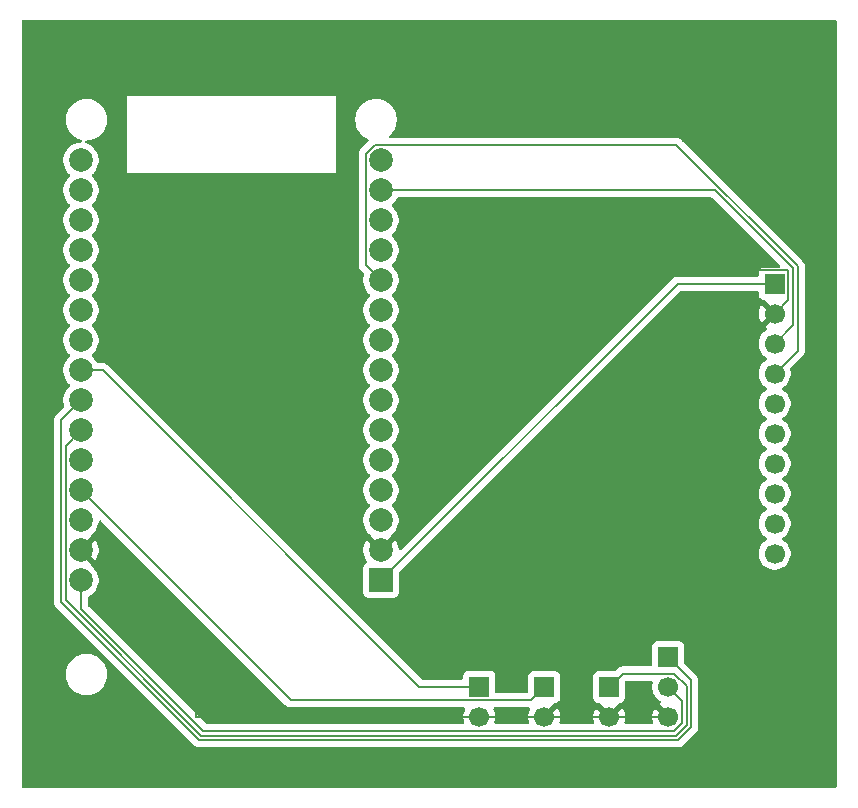
<source format=gbr>
%TF.GenerationSoftware,KiCad,Pcbnew,9.0.1*%
%TF.CreationDate,2025-04-15T18:06:31+09:00*%
%TF.ProjectId,drone,64726f6e-652e-46b6-9963-61645f706362,rev?*%
%TF.SameCoordinates,Original*%
%TF.FileFunction,Copper,L2,Bot*%
%TF.FilePolarity,Positive*%
%FSLAX46Y46*%
G04 Gerber Fmt 4.6, Leading zero omitted, Abs format (unit mm)*
G04 Created by KiCad (PCBNEW 9.0.1) date 2025-04-15 18:06:31*
%MOMM*%
%LPD*%
G01*
G04 APERTURE LIST*
%TA.AperFunction,ComponentPad*%
%ADD10R,1.700000X1.700000*%
%TD*%
%TA.AperFunction,ComponentPad*%
%ADD11C,1.700000*%
%TD*%
%TA.AperFunction,ComponentPad*%
%ADD12R,2.000000X2.000000*%
%TD*%
%TA.AperFunction,ComponentPad*%
%ADD13C,2.000000*%
%TD*%
%TA.AperFunction,Conductor*%
%ADD14C,0.200000*%
%TD*%
G04 APERTURE END LIST*
D10*
%TO.P,U1,1,Vin*%
%TO.N,3V*%
X174500000Y-65840000D03*
D11*
%TO.P,U1,2,GND*%
%TO.N,GND*%
X174500000Y-68380000D03*
%TO.P,U1,3,SCL*%
%TO.N,Net-(U1-SCL)*%
X174500000Y-70920000D03*
%TO.P,U1,4,SDA*%
%TO.N,Net-(U1-SDA)*%
X174500000Y-73460000D03*
%TO.P,U1,5*%
%TO.N,N/C*%
X174500000Y-76000000D03*
%TO.P,U1,6*%
X174500000Y-78540000D03*
%TO.P,U1,7*%
X174500000Y-81080000D03*
%TO.P,U1,8*%
X174500000Y-83620000D03*
%TO.P,U1,9*%
X174500000Y-86160000D03*
%TO.P,U1,10*%
X174500000Y-88700000D03*
%TD*%
D10*
%TO.P,ESC4,1,VCC*%
%TO.N,Net-(ESC4-PWM)*%
X165500000Y-97460000D03*
D11*
%TO.P,ESC4,2,GND*%
%TO.N,5Vin*%
X165500000Y-100000000D03*
%TO.P,ESC4,3,A*%
%TO.N,GND*%
X165500000Y-102540000D03*
%TD*%
D10*
%TO.P,ESC1,1,VCC*%
%TO.N,Net-(ESC1-PWM)*%
X149500000Y-99960000D03*
D11*
%TO.P,ESC1,2,GND*%
%TO.N,GND*%
X149500000Y-102500000D03*
%TD*%
D10*
%TO.P,ESC2,1,VCC*%
%TO.N,Net-(ESC2-PWM)*%
X155000000Y-100000000D03*
D11*
%TO.P,ESC2,2,GND*%
%TO.N,GND*%
X155000000Y-102540000D03*
%TD*%
D12*
%TO.P,U2,1,3V3*%
%TO.N,3V*%
X141175000Y-90950000D03*
D13*
%TO.P,U2,2*%
%TO.N,GND*%
X141175000Y-88410000D03*
%TO.P,U2,3,D15*%
%TO.N,unconnected-(U2-D15-Pad3)*%
X141175000Y-85870000D03*
%TO.P,U2,4,D2*%
%TO.N,unconnected-(U2-D2-Pad4)*%
X141175000Y-83330000D03*
%TO.P,U2,5,D4*%
%TO.N,unconnected-(U2-D4-Pad5)*%
X141175000Y-80790000D03*
%TO.P,U2,6,RX2*%
%TO.N,unconnected-(U2-RX2-Pad6)*%
X141175000Y-78250000D03*
%TO.P,U2,7,TX2*%
%TO.N,unconnected-(U2-TX2-Pad7)*%
X141175000Y-75710000D03*
%TO.P,U2,8,D5*%
%TO.N,unconnected-(U2-D5-Pad8)*%
X141175000Y-73170000D03*
%TO.P,U2,9,D18*%
%TO.N,unconnected-(U2-D18-Pad9)*%
X141175000Y-70630000D03*
%TO.P,U2,10,D19*%
%TO.N,unconnected-(U2-D19-Pad10)*%
X141175000Y-68090000D03*
%TO.P,U2,11,D21*%
%TO.N,Net-(U1-SDA)*%
X141175000Y-65550000D03*
%TO.P,U2,12,RX0*%
%TO.N,N/C*%
X141175000Y-63010000D03*
%TO.P,U2,13,TX0*%
%TO.N,unconnected-(U2-TX0-Pad13)*%
X141175000Y-60470000D03*
%TO.P,U2,14,D22*%
%TO.N,Net-(U1-SCL)*%
X141175000Y-57930000D03*
%TO.P,U2,15,D23*%
%TO.N,unconnected-(U2-D23-Pad15)*%
X141175000Y-55390000D03*
%TO.P,U2,16,EN*%
%TO.N,unconnected-(U2-EN-Pad16)*%
X115775000Y-55390000D03*
%TO.P,U2,17,VP*%
%TO.N,unconnected-(U2-VP-Pad17)*%
X115775000Y-57930000D03*
%TO.P,U2,18,VN*%
%TO.N,unconnected-(U2-VN-Pad18)*%
X115775000Y-60470000D03*
%TO.P,U2,19,D34*%
%TO.N,unconnected-(U2-D34-Pad19)*%
X115775000Y-63010000D03*
%TO.P,U2,20,D35*%
%TO.N,unconnected-(U2-D35-Pad20)*%
X115775000Y-65550000D03*
%TO.P,U2,21,D32*%
%TO.N,N/C*%
X115775000Y-68090000D03*
%TO.P,U2,22,D33*%
X115775000Y-70630000D03*
%TO.P,U2,23,D25*%
%TO.N,Net-(ESC1-PWM)*%
X115775000Y-73170000D03*
%TO.P,U2,24,D26*%
%TO.N,Net-(ESC4-PWM)*%
X115775000Y-75710000D03*
%TO.P,U2,25,D27*%
%TO.N,Net-(ESC3-PWM)*%
X115775000Y-78250000D03*
%TO.P,U2,26,D14*%
%TO.N,N/C*%
X115775000Y-80790000D03*
%TO.P,U2,27,D12*%
%TO.N,Net-(ESC2-PWM)*%
X115775000Y-83330000D03*
%TO.P,U2,28,D13*%
%TO.N,unconnected-(U2-D13-Pad28)*%
X115775000Y-85870000D03*
%TO.P,U2,29,GND*%
%TO.N,GND*%
X115775000Y-88410000D03*
%TO.P,U2,30,VIN*%
%TO.N,5Vin*%
X115775000Y-90950000D03*
%TD*%
D10*
%TO.P,ESC3,1,VCC*%
%TO.N,Net-(ESC3-PWM)*%
X160500000Y-100000000D03*
D11*
%TO.P,ESC3,2,GND*%
%TO.N,GND*%
X160500000Y-102540000D03*
%TD*%
D14*
%TO.N,Net-(U1-SCL)*%
X169459100Y-57930000D02*
X141175000Y-57930000D01*
X176052000Y-69368000D02*
X176052000Y-64522900D01*
X174500000Y-70920000D02*
X176052000Y-69368000D01*
X176052000Y-64522900D02*
X169459100Y-57930000D01*
%TO.N,GND*%
X149500000Y-102500000D02*
X125500000Y-102500000D01*
X175651000Y-64689000D02*
X164896000Y-64689000D01*
X149540000Y-102540000D02*
X149500000Y-102500000D01*
X174500000Y-68380000D02*
X175651000Y-67229000D01*
X125500000Y-98135000D02*
X115775000Y-88410000D01*
X165500000Y-102540000D02*
X149540000Y-102540000D01*
X125500000Y-102500000D02*
X125500000Y-98135000D01*
X164896000Y-64689000D02*
X141175000Y-88410000D01*
X175651000Y-67229000D02*
X175651000Y-64689000D01*
%TO.N,Net-(U1-SDA)*%
X139874000Y-54851108D02*
X139874000Y-64249000D01*
X174500000Y-73460000D02*
X176453000Y-71507000D01*
X139874000Y-64249000D02*
X141175000Y-65550000D01*
X166185200Y-54089000D02*
X140636108Y-54089000D01*
X176453000Y-64356800D02*
X166185200Y-54089000D01*
X176453000Y-71507000D02*
X176453000Y-64356800D01*
X140636108Y-54089000D02*
X139874000Y-54851108D01*
%TO.N,3V*%
X166285000Y-65840000D02*
X141175000Y-90950000D01*
X174500000Y-65840000D02*
X166285000Y-65840000D01*
%TO.N,Net-(ESC4-PWM)*%
X166308960Y-104493000D02*
X125791700Y-104493000D01*
X167453000Y-99413000D02*
X167453000Y-103348960D01*
X114073000Y-77412000D02*
X115775000Y-75710000D01*
X125791700Y-104493000D02*
X114073000Y-92774300D01*
X114073000Y-92774300D02*
X114073000Y-77412000D01*
X165500000Y-97460000D02*
X167453000Y-99413000D01*
X167453000Y-103348960D02*
X166308960Y-104493000D01*
%TO.N,Net-(ESC2-PWM)*%
X153889000Y-101111000D02*
X133556000Y-101111000D01*
X155000000Y-100000000D02*
X153889000Y-101111000D01*
X133556000Y-101111000D02*
X115775000Y-83330000D01*
%TO.N,Net-(ESC3-PWM)*%
X160500000Y-100000000D02*
X161651000Y-98849000D01*
X167052000Y-99924240D02*
X167052000Y-103182860D01*
X125957800Y-104092000D02*
X114474000Y-92608200D01*
X167052000Y-103182860D02*
X166142860Y-104092000D01*
X114474000Y-92608200D02*
X114474000Y-79551000D01*
X161651000Y-98849000D02*
X165976760Y-98849000D01*
X114474000Y-79551000D02*
X115775000Y-78250000D01*
X166142860Y-104092000D02*
X125957800Y-104092000D01*
X165976760Y-98849000D02*
X167052000Y-99924240D01*
%TO.N,Net-(ESC1-PWM)*%
X144422709Y-99960000D02*
X117632709Y-73170000D01*
X149500000Y-99960000D02*
X144422709Y-99960000D01*
X117632709Y-73170000D02*
X115775000Y-73170000D01*
%TO.N,5Vin*%
X165976760Y-103691000D02*
X126123900Y-103691000D01*
X166651000Y-103016760D02*
X165976760Y-103691000D01*
X165500000Y-100000000D02*
X166651000Y-101151000D01*
X166651000Y-101151000D02*
X166651000Y-103016760D01*
X126123900Y-103691000D02*
X115775000Y-93342100D01*
X115775000Y-93342100D02*
X115775000Y-90950000D01*
%TD*%
%TA.AperFunction,Conductor*%
%TO.N,GND*%
G36*
X117480703Y-85885384D02*
G01*
X117487181Y-85891416D01*
X133071139Y-101475374D01*
X133071149Y-101475385D01*
X133075479Y-101479715D01*
X133075480Y-101479716D01*
X133187284Y-101591520D01*
X133187286Y-101591521D01*
X133187290Y-101591524D01*
X133324209Y-101670573D01*
X133324216Y-101670577D01*
X133436019Y-101700534D01*
X133476942Y-101711500D01*
X133476943Y-101711500D01*
X148184271Y-101711500D01*
X148251310Y-101731185D01*
X148297065Y-101783989D01*
X148307009Y-101853147D01*
X148294756Y-101891795D01*
X148248904Y-101981782D01*
X148183242Y-102183869D01*
X148183242Y-102183872D01*
X148150000Y-102393753D01*
X148150000Y-102606246D01*
X148183241Y-102816126D01*
X148219651Y-102928181D01*
X148221646Y-102998023D01*
X148185566Y-103057856D01*
X148122865Y-103088684D01*
X148101720Y-103090500D01*
X126423998Y-103090500D01*
X126356959Y-103070815D01*
X126336317Y-103054181D01*
X116411819Y-93129683D01*
X116378334Y-93068360D01*
X116375500Y-93042002D01*
X116375500Y-92404067D01*
X116395185Y-92337028D01*
X116443205Y-92293582D01*
X116561433Y-92233343D01*
X116752510Y-92094517D01*
X116919517Y-91927510D01*
X117058343Y-91736433D01*
X117165568Y-91525992D01*
X117238553Y-91301368D01*
X117275500Y-91068097D01*
X117275500Y-90831902D01*
X117238553Y-90598631D01*
X117165566Y-90374003D01*
X117058342Y-90163566D01*
X116919517Y-89972490D01*
X116752510Y-89805483D01*
X116693282Y-89762451D01*
X116650617Y-89707122D01*
X116642550Y-89652404D01*
X116644104Y-89632657D01*
X115912575Y-88901128D01*
X115971853Y-88885245D01*
X116088147Y-88818102D01*
X116183102Y-88723147D01*
X116250245Y-88606853D01*
X116266128Y-88547575D01*
X116997658Y-89279105D01*
X116997658Y-89279104D01*
X117057914Y-89196169D01*
X117057918Y-89196163D01*
X117165102Y-88985802D01*
X117238065Y-88761247D01*
X117275000Y-88528052D01*
X117275000Y-88291947D01*
X117238065Y-88058752D01*
X117165102Y-87834197D01*
X117057914Y-87623828D01*
X116997658Y-87540894D01*
X116997658Y-87540893D01*
X116266128Y-88272424D01*
X116250245Y-88213147D01*
X116183102Y-88096853D01*
X116088147Y-88001898D01*
X115971853Y-87934755D01*
X115912574Y-87918871D01*
X116644105Y-87187340D01*
X116642551Y-87167594D01*
X116656915Y-87099216D01*
X116693284Y-87057547D01*
X116752510Y-87014517D01*
X116919517Y-86847510D01*
X117058343Y-86656433D01*
X117165568Y-86445992D01*
X117238553Y-86221368D01*
X117265107Y-86053713D01*
X117275500Y-85988097D01*
X117275500Y-85979097D01*
X117295185Y-85912058D01*
X117347989Y-85866303D01*
X117417147Y-85856359D01*
X117480703Y-85885384D01*
G37*
%TD.AperFunction*%
%TA.AperFunction,Conductor*%
G36*
X153707292Y-101712275D02*
G01*
X153709963Y-101711614D01*
X153740618Y-101722061D01*
X153771691Y-101731185D01*
X153773492Y-101733264D01*
X153776098Y-101734152D01*
X153796244Y-101759521D01*
X153817446Y-101783989D01*
X153817837Y-101786711D01*
X153819549Y-101788867D01*
X153822780Y-101821087D01*
X153827390Y-101853147D01*
X153826330Y-101856488D01*
X153826521Y-101858388D01*
X153815137Y-101891795D01*
X153748904Y-102021782D01*
X153683242Y-102223869D01*
X153683242Y-102223872D01*
X153650000Y-102433753D01*
X153650000Y-102646246D01*
X153683242Y-102856127D01*
X153683242Y-102856130D01*
X153706654Y-102928182D01*
X153708649Y-102998023D01*
X153672569Y-103057856D01*
X153609868Y-103088684D01*
X153588723Y-103090500D01*
X150898280Y-103090500D01*
X150831241Y-103070815D01*
X150785486Y-103018011D01*
X150775542Y-102948853D01*
X150780349Y-102928181D01*
X150816758Y-102816126D01*
X150850000Y-102606246D01*
X150850000Y-102393753D01*
X150816757Y-102183872D01*
X150816757Y-102183869D01*
X150751095Y-101981782D01*
X150705244Y-101891795D01*
X150692348Y-101823126D01*
X150718624Y-101758386D01*
X150775730Y-101718128D01*
X150815729Y-101711500D01*
X153704652Y-101711500D01*
X153707292Y-101712275D01*
G37*
%TD.AperFunction*%
%TA.AperFunction,Conductor*%
G36*
X164155237Y-99469185D02*
G01*
X164200992Y-99521989D01*
X164210936Y-99591147D01*
X164206129Y-99611818D01*
X164182753Y-99683760D01*
X164149500Y-99893713D01*
X164149500Y-100106286D01*
X164178300Y-100288125D01*
X164182754Y-100316243D01*
X164245872Y-100510500D01*
X164248444Y-100518414D01*
X164344951Y-100707820D01*
X164469890Y-100879786D01*
X164620213Y-101030109D01*
X164792179Y-101155048D01*
X164792181Y-101155049D01*
X164792184Y-101155051D01*
X164801493Y-101159794D01*
X164852290Y-101207766D01*
X164869087Y-101275587D01*
X164846552Y-101341722D01*
X164801505Y-101380760D01*
X164792446Y-101385376D01*
X164792440Y-101385380D01*
X164738282Y-101424727D01*
X164738282Y-101424728D01*
X165370591Y-102057037D01*
X165307007Y-102074075D01*
X165192993Y-102139901D01*
X165099901Y-102232993D01*
X165034075Y-102347007D01*
X165017037Y-102410591D01*
X164384728Y-101778282D01*
X164384727Y-101778282D01*
X164345380Y-101832439D01*
X164248904Y-102021782D01*
X164183242Y-102223869D01*
X164183242Y-102223872D01*
X164150000Y-102433753D01*
X164150000Y-102646246D01*
X164183242Y-102856127D01*
X164183242Y-102856130D01*
X164206654Y-102928182D01*
X164208649Y-102998023D01*
X164172569Y-103057856D01*
X164109868Y-103088684D01*
X164088723Y-103090500D01*
X161911277Y-103090500D01*
X161844238Y-103070815D01*
X161798483Y-103018011D01*
X161788539Y-102948853D01*
X161793346Y-102928182D01*
X161816757Y-102856130D01*
X161816757Y-102856127D01*
X161850000Y-102646246D01*
X161850000Y-102433753D01*
X161816757Y-102223872D01*
X161816757Y-102223869D01*
X161751095Y-102021782D01*
X161654624Y-101832449D01*
X161615270Y-101778282D01*
X161615269Y-101778282D01*
X160982962Y-102410589D01*
X160965925Y-102347007D01*
X160900099Y-102232993D01*
X160807007Y-102139901D01*
X160692993Y-102074075D01*
X160629409Y-102057037D01*
X161299627Y-101386818D01*
X161360950Y-101353333D01*
X161387307Y-101350499D01*
X161397872Y-101350499D01*
X161457483Y-101344091D01*
X161592331Y-101293796D01*
X161707546Y-101207546D01*
X161793796Y-101092331D01*
X161844091Y-100957483D01*
X161850500Y-100897873D01*
X161850499Y-99573499D01*
X161870184Y-99506461D01*
X161922987Y-99460706D01*
X161974499Y-99449500D01*
X164088198Y-99449500D01*
X164155237Y-99469185D01*
G37*
%TD.AperFunction*%
%TA.AperFunction,Conductor*%
G36*
X169226042Y-58550185D02*
G01*
X169246684Y-58566819D01*
X174957683Y-64277819D01*
X174991168Y-64339142D01*
X174986184Y-64408834D01*
X174944312Y-64464767D01*
X174878848Y-64489184D01*
X174870002Y-64489500D01*
X173602129Y-64489500D01*
X173602123Y-64489501D01*
X173542516Y-64495908D01*
X173407671Y-64546202D01*
X173407664Y-64546206D01*
X173292455Y-64632452D01*
X173292452Y-64632455D01*
X173206206Y-64747664D01*
X173206202Y-64747671D01*
X173155908Y-64882517D01*
X173149501Y-64942116D01*
X173149500Y-64942135D01*
X173149500Y-65115500D01*
X173129815Y-65182539D01*
X173077011Y-65228294D01*
X173025500Y-65239500D01*
X166371670Y-65239500D01*
X166371654Y-65239499D01*
X166364058Y-65239499D01*
X166205943Y-65239499D01*
X166129579Y-65259961D01*
X166053214Y-65280423D01*
X166053209Y-65280426D01*
X165916290Y-65359475D01*
X165916282Y-65359481D01*
X142886681Y-88389082D01*
X142825358Y-88422567D01*
X142755666Y-88417583D01*
X142699733Y-88375711D01*
X142675316Y-88310247D01*
X142675000Y-88301401D01*
X142675000Y-88291947D01*
X142638065Y-88058752D01*
X142565102Y-87834197D01*
X142457914Y-87623828D01*
X142397658Y-87540894D01*
X142397658Y-87540893D01*
X141666127Y-88272423D01*
X141650245Y-88213147D01*
X141583102Y-88096853D01*
X141488147Y-88001898D01*
X141371853Y-87934755D01*
X141312574Y-87918871D01*
X142044105Y-87187340D01*
X142042551Y-87167594D01*
X142056915Y-87099216D01*
X142093284Y-87057547D01*
X142152510Y-87014517D01*
X142319517Y-86847510D01*
X142458343Y-86656433D01*
X142565568Y-86445992D01*
X142638553Y-86221368D01*
X142665107Y-86053713D01*
X142675500Y-85988097D01*
X142675500Y-85751902D01*
X142638553Y-85518631D01*
X142565566Y-85294003D01*
X142481949Y-85129896D01*
X142458343Y-85083567D01*
X142319517Y-84892490D01*
X142152510Y-84725483D01*
X142117872Y-84700317D01*
X142075207Y-84644989D01*
X142069228Y-84575375D01*
X142101833Y-84513580D01*
X142117873Y-84499682D01*
X142152510Y-84474517D01*
X142319517Y-84307510D01*
X142458343Y-84116433D01*
X142565568Y-83905992D01*
X142638553Y-83681368D01*
X142665107Y-83513713D01*
X142675500Y-83448097D01*
X142675500Y-83211902D01*
X142638553Y-82978631D01*
X142565566Y-82754003D01*
X142481949Y-82589896D01*
X142458343Y-82543567D01*
X142319517Y-82352490D01*
X142152510Y-82185483D01*
X142117872Y-82160317D01*
X142075207Y-82104989D01*
X142069228Y-82035375D01*
X142101833Y-81973580D01*
X142117873Y-81959682D01*
X142152510Y-81934517D01*
X142319517Y-81767510D01*
X142458343Y-81576433D01*
X142565568Y-81365992D01*
X142638553Y-81141368D01*
X142665107Y-80973713D01*
X142675500Y-80908097D01*
X142675500Y-80671902D01*
X142638553Y-80438631D01*
X142565566Y-80214003D01*
X142481949Y-80049896D01*
X142458343Y-80003567D01*
X142319517Y-79812490D01*
X142152510Y-79645483D01*
X142117872Y-79620317D01*
X142075207Y-79564989D01*
X142069228Y-79495375D01*
X142101833Y-79433580D01*
X142117873Y-79419682D01*
X142152510Y-79394517D01*
X142319517Y-79227510D01*
X142458343Y-79036433D01*
X142565568Y-78825992D01*
X142638553Y-78601368D01*
X142665107Y-78433713D01*
X142675500Y-78368097D01*
X142675500Y-78131902D01*
X142638553Y-77898631D01*
X142565566Y-77674003D01*
X142481949Y-77509896D01*
X142458343Y-77463567D01*
X142319517Y-77272490D01*
X142152510Y-77105483D01*
X142117872Y-77080317D01*
X142075207Y-77024989D01*
X142069228Y-76955375D01*
X142101833Y-76893580D01*
X142117873Y-76879682D01*
X142152510Y-76854517D01*
X142319517Y-76687510D01*
X142458343Y-76496433D01*
X142565568Y-76285992D01*
X142638553Y-76061368D01*
X142665107Y-75893713D01*
X142675500Y-75828097D01*
X142675500Y-75591902D01*
X142638553Y-75358631D01*
X142565566Y-75134003D01*
X142481949Y-74969896D01*
X142458343Y-74923567D01*
X142319517Y-74732490D01*
X142152510Y-74565483D01*
X142117872Y-74540317D01*
X142075207Y-74484989D01*
X142069228Y-74415375D01*
X142101833Y-74353580D01*
X142117873Y-74339682D01*
X142152510Y-74314517D01*
X142319517Y-74147510D01*
X142458343Y-73956433D01*
X142565568Y-73745992D01*
X142638553Y-73521368D01*
X142665107Y-73353713D01*
X142675500Y-73288097D01*
X142675500Y-73051902D01*
X142638553Y-72818631D01*
X142596589Y-72689480D01*
X142565568Y-72594008D01*
X142565566Y-72594005D01*
X142565566Y-72594003D01*
X142481949Y-72429896D01*
X142458343Y-72383567D01*
X142319517Y-72192490D01*
X142152510Y-72025483D01*
X142117872Y-72000317D01*
X142075207Y-71944989D01*
X142069228Y-71875375D01*
X142101833Y-71813580D01*
X142117873Y-71799682D01*
X142152510Y-71774517D01*
X142319517Y-71607510D01*
X142458343Y-71416433D01*
X142565568Y-71205992D01*
X142638553Y-70981368D01*
X142665107Y-70813713D01*
X142675500Y-70748097D01*
X142675500Y-70511902D01*
X142638553Y-70278631D01*
X142565566Y-70054003D01*
X142481949Y-69889896D01*
X142458343Y-69843567D01*
X142319517Y-69652490D01*
X142152510Y-69485483D01*
X142117872Y-69460317D01*
X142075207Y-69404989D01*
X142069228Y-69335375D01*
X142101833Y-69273580D01*
X142117873Y-69259682D01*
X142152510Y-69234517D01*
X142319517Y-69067510D01*
X142458343Y-68876433D01*
X142565568Y-68665992D01*
X142638553Y-68441368D01*
X142648273Y-68380000D01*
X142675500Y-68208097D01*
X142675500Y-67971902D01*
X142638553Y-67738631D01*
X142565566Y-67514003D01*
X142458342Y-67303566D01*
X142390492Y-67210179D01*
X142319517Y-67112490D01*
X142152510Y-66945483D01*
X142117872Y-66920317D01*
X142075207Y-66864989D01*
X142069228Y-66795375D01*
X142101833Y-66733580D01*
X142117873Y-66719682D01*
X142152510Y-66694517D01*
X142319517Y-66527510D01*
X142458343Y-66336433D01*
X142565568Y-66125992D01*
X142638553Y-65901368D01*
X142675500Y-65668097D01*
X142675500Y-65431902D01*
X142638553Y-65198631D01*
X142576534Y-65007758D01*
X142565568Y-64974008D01*
X142565566Y-64974005D01*
X142565566Y-64974003D01*
X142458342Y-64763566D01*
X142319517Y-64572490D01*
X142152510Y-64405483D01*
X142117872Y-64380317D01*
X142075207Y-64324989D01*
X142069228Y-64255375D01*
X142101833Y-64193580D01*
X142117873Y-64179682D01*
X142152510Y-64154517D01*
X142319517Y-63987510D01*
X142458343Y-63796433D01*
X142565568Y-63585992D01*
X142638553Y-63361368D01*
X142675500Y-63128097D01*
X142675500Y-62891902D01*
X142638553Y-62658631D01*
X142565566Y-62434003D01*
X142458342Y-62223566D01*
X142319517Y-62032490D01*
X142152510Y-61865483D01*
X142117872Y-61840317D01*
X142075207Y-61784989D01*
X142069228Y-61715375D01*
X142101833Y-61653580D01*
X142117873Y-61639682D01*
X142152510Y-61614517D01*
X142319517Y-61447510D01*
X142458343Y-61256433D01*
X142565568Y-61045992D01*
X142638553Y-60821368D01*
X142675500Y-60588097D01*
X142675500Y-60351902D01*
X142638553Y-60118631D01*
X142565566Y-59894003D01*
X142458342Y-59683566D01*
X142319517Y-59492490D01*
X142152510Y-59325483D01*
X142117872Y-59300317D01*
X142075207Y-59244989D01*
X142069228Y-59175375D01*
X142101833Y-59113580D01*
X142117873Y-59099682D01*
X142152510Y-59074517D01*
X142319517Y-58907510D01*
X142458343Y-58716433D01*
X142518583Y-58598204D01*
X142566558Y-58547409D01*
X142629068Y-58530500D01*
X169159003Y-58530500D01*
X169226042Y-58550185D01*
G37*
%TD.AperFunction*%
%TA.AperFunction,Conductor*%
G36*
X179692539Y-43520185D02*
G01*
X179738294Y-43572989D01*
X179749500Y-43624500D01*
X179749500Y-108375500D01*
X179729815Y-108442539D01*
X179677011Y-108488294D01*
X179625500Y-108499500D01*
X110874500Y-108499500D01*
X110807461Y-108479815D01*
X110761706Y-108427011D01*
X110750500Y-108375500D01*
X110750500Y-98795258D01*
X114494500Y-98795258D01*
X114494500Y-99024741D01*
X114515102Y-99181219D01*
X114524452Y-99252238D01*
X114577308Y-99449500D01*
X114583842Y-99473887D01*
X114671650Y-99685876D01*
X114671657Y-99685890D01*
X114786392Y-99884617D01*
X114926081Y-100066661D01*
X114926089Y-100066670D01*
X115088330Y-100228911D01*
X115088338Y-100228918D01*
X115270382Y-100368607D01*
X115270385Y-100368608D01*
X115270388Y-100368611D01*
X115469112Y-100483344D01*
X115469117Y-100483346D01*
X115469123Y-100483349D01*
X115533909Y-100510184D01*
X115681113Y-100571158D01*
X115902762Y-100630548D01*
X116130266Y-100660500D01*
X116130273Y-100660500D01*
X116359727Y-100660500D01*
X116359734Y-100660500D01*
X116587238Y-100630548D01*
X116808887Y-100571158D01*
X117020888Y-100483344D01*
X117219612Y-100368611D01*
X117401661Y-100228919D01*
X117401665Y-100228914D01*
X117401670Y-100228911D01*
X117563911Y-100066670D01*
X117563914Y-100066665D01*
X117563919Y-100066661D01*
X117703611Y-99884612D01*
X117818344Y-99685888D01*
X117906158Y-99473887D01*
X117965548Y-99252238D01*
X117995500Y-99024734D01*
X117995500Y-98795266D01*
X117965548Y-98567762D01*
X117906158Y-98346113D01*
X117818344Y-98134112D01*
X117703611Y-97935388D01*
X117703608Y-97935385D01*
X117703607Y-97935382D01*
X117563918Y-97753338D01*
X117563911Y-97753330D01*
X117401670Y-97591089D01*
X117401661Y-97591081D01*
X117219617Y-97451392D01*
X117020890Y-97336657D01*
X117020876Y-97336650D01*
X116808887Y-97248842D01*
X116587238Y-97189452D01*
X116549215Y-97184446D01*
X116359741Y-97159500D01*
X116359734Y-97159500D01*
X116130266Y-97159500D01*
X116130258Y-97159500D01*
X115913715Y-97188009D01*
X115902762Y-97189452D01*
X115809076Y-97214554D01*
X115681112Y-97248842D01*
X115469123Y-97336650D01*
X115469109Y-97336657D01*
X115270382Y-97451392D01*
X115088338Y-97591081D01*
X114926081Y-97753338D01*
X114786392Y-97935382D01*
X114671657Y-98134109D01*
X114671650Y-98134123D01*
X114583842Y-98346112D01*
X114524453Y-98567759D01*
X114524451Y-98567770D01*
X114494500Y-98795258D01*
X110750500Y-98795258D01*
X110750500Y-92853354D01*
X113472498Y-92853354D01*
X113513423Y-93006085D01*
X113542358Y-93056200D01*
X113542359Y-93056204D01*
X113542360Y-93056204D01*
X113592479Y-93143014D01*
X113592481Y-93143017D01*
X113711349Y-93261885D01*
X113711355Y-93261890D01*
X125306839Y-104857374D01*
X125306849Y-104857385D01*
X125311179Y-104861715D01*
X125311180Y-104861716D01*
X125422984Y-104973520D01*
X125422986Y-104973521D01*
X125422990Y-104973524D01*
X125559909Y-105052573D01*
X125559916Y-105052577D01*
X125671719Y-105082534D01*
X125712642Y-105093500D01*
X125712643Y-105093500D01*
X166222291Y-105093500D01*
X166222307Y-105093501D01*
X166229903Y-105093501D01*
X166388014Y-105093501D01*
X166388017Y-105093501D01*
X166540745Y-105052577D01*
X166590864Y-105023639D01*
X166677676Y-104973520D01*
X166789480Y-104861716D01*
X166789480Y-104861714D01*
X166799688Y-104851507D01*
X166799690Y-104851504D01*
X167811506Y-103839688D01*
X167811511Y-103839684D01*
X167821714Y-103829480D01*
X167821716Y-103829480D01*
X167933520Y-103717676D01*
X167991495Y-103617260D01*
X168012577Y-103580745D01*
X168053501Y-103428017D01*
X168053501Y-103269903D01*
X168053501Y-103262308D01*
X168053500Y-103262290D01*
X168053500Y-99333945D01*
X168053500Y-99333943D01*
X168012577Y-99181216D01*
X168012577Y-99181215D01*
X167966916Y-99102128D01*
X167966915Y-99102126D01*
X167966915Y-99102125D01*
X167933524Y-99044290D01*
X167933521Y-99044286D01*
X167933520Y-99044284D01*
X167821716Y-98932480D01*
X167821715Y-98932479D01*
X167817385Y-98928149D01*
X167817374Y-98928139D01*
X166886818Y-97997583D01*
X166853333Y-97936260D01*
X166850499Y-97909902D01*
X166850499Y-96562129D01*
X166850498Y-96562123D01*
X166850497Y-96562116D01*
X166844091Y-96502517D01*
X166793796Y-96367669D01*
X166793795Y-96367668D01*
X166793793Y-96367664D01*
X166707547Y-96252455D01*
X166707544Y-96252452D01*
X166592335Y-96166206D01*
X166592328Y-96166202D01*
X166457482Y-96115908D01*
X166457483Y-96115908D01*
X166397883Y-96109501D01*
X166397881Y-96109500D01*
X166397873Y-96109500D01*
X166397864Y-96109500D01*
X164602129Y-96109500D01*
X164602123Y-96109501D01*
X164542516Y-96115908D01*
X164407671Y-96166202D01*
X164407664Y-96166206D01*
X164292455Y-96252452D01*
X164292452Y-96252455D01*
X164206206Y-96367664D01*
X164206202Y-96367671D01*
X164155908Y-96502517D01*
X164149501Y-96562116D01*
X164149501Y-96562123D01*
X164149500Y-96562135D01*
X164149501Y-98124500D01*
X164129816Y-98191539D01*
X164077013Y-98237294D01*
X164025501Y-98248500D01*
X161737670Y-98248500D01*
X161737654Y-98248499D01*
X161730058Y-98248499D01*
X161571943Y-98248499D01*
X161464587Y-98277265D01*
X161419210Y-98289424D01*
X161419209Y-98289425D01*
X161369096Y-98318359D01*
X161369095Y-98318360D01*
X161325689Y-98343420D01*
X161282285Y-98368479D01*
X161282282Y-98368481D01*
X161170480Y-98480283D01*
X161170480Y-98480284D01*
X161170478Y-98480286D01*
X161083005Y-98567759D01*
X161037582Y-98613182D01*
X160976259Y-98646666D01*
X160949901Y-98649500D01*
X159602129Y-98649500D01*
X159602123Y-98649501D01*
X159542516Y-98655908D01*
X159407671Y-98706202D01*
X159407664Y-98706206D01*
X159292455Y-98792452D01*
X159292452Y-98792455D01*
X159206206Y-98907664D01*
X159206202Y-98907671D01*
X159155908Y-99042517D01*
X159151313Y-99085264D01*
X159149501Y-99102125D01*
X159149500Y-99102135D01*
X159149500Y-100897870D01*
X159149501Y-100897876D01*
X159155908Y-100957483D01*
X159206202Y-101092328D01*
X159206206Y-101092335D01*
X159292452Y-101207544D01*
X159292455Y-101207547D01*
X159407664Y-101293793D01*
X159407671Y-101293797D01*
X159452618Y-101310561D01*
X159542517Y-101344091D01*
X159602127Y-101350500D01*
X159612685Y-101350499D01*
X159679723Y-101370179D01*
X159700372Y-101386818D01*
X160370591Y-102057037D01*
X160307007Y-102074075D01*
X160192993Y-102139901D01*
X160099901Y-102232993D01*
X160034075Y-102347007D01*
X160017037Y-102410591D01*
X159384728Y-101778282D01*
X159384727Y-101778282D01*
X159345380Y-101832439D01*
X159248904Y-102021782D01*
X159183242Y-102223869D01*
X159183242Y-102223872D01*
X159150000Y-102433753D01*
X159150000Y-102646246D01*
X159183242Y-102856127D01*
X159183242Y-102856130D01*
X159206654Y-102928182D01*
X159208649Y-102998023D01*
X159172569Y-103057856D01*
X159109868Y-103088684D01*
X159088723Y-103090500D01*
X156411277Y-103090500D01*
X156344238Y-103070815D01*
X156298483Y-103018011D01*
X156288539Y-102948853D01*
X156293346Y-102928182D01*
X156316757Y-102856130D01*
X156316757Y-102856127D01*
X156350000Y-102646246D01*
X156350000Y-102433753D01*
X156316757Y-102223872D01*
X156316757Y-102223869D01*
X156251095Y-102021782D01*
X156154624Y-101832449D01*
X156115270Y-101778282D01*
X156115269Y-101778282D01*
X155482962Y-102410589D01*
X155465925Y-102347007D01*
X155400099Y-102232993D01*
X155307007Y-102139901D01*
X155192993Y-102074075D01*
X155129407Y-102057036D01*
X155799627Y-101386818D01*
X155860950Y-101353333D01*
X155887308Y-101350499D01*
X155897871Y-101350499D01*
X155897872Y-101350499D01*
X155957483Y-101344091D01*
X156092331Y-101293796D01*
X156207546Y-101207546D01*
X156293796Y-101092331D01*
X156344091Y-100957483D01*
X156350500Y-100897873D01*
X156350499Y-99102128D01*
X156344091Y-99042517D01*
X156337458Y-99024734D01*
X156293797Y-98907671D01*
X156293793Y-98907664D01*
X156207547Y-98792455D01*
X156207544Y-98792452D01*
X156092335Y-98706206D01*
X156092328Y-98706202D01*
X155957482Y-98655908D01*
X155957483Y-98655908D01*
X155897883Y-98649501D01*
X155897881Y-98649500D01*
X155897873Y-98649500D01*
X155897864Y-98649500D01*
X154102129Y-98649500D01*
X154102123Y-98649501D01*
X154042516Y-98655908D01*
X153907671Y-98706202D01*
X153907664Y-98706206D01*
X153792455Y-98792452D01*
X153792452Y-98792455D01*
X153706206Y-98907664D01*
X153706202Y-98907671D01*
X153655908Y-99042517D01*
X153651313Y-99085264D01*
X153649501Y-99102125D01*
X153649500Y-99102135D01*
X153649500Y-100386500D01*
X153629815Y-100453539D01*
X153577011Y-100499294D01*
X153525500Y-100510500D01*
X150974500Y-100510500D01*
X150907461Y-100490815D01*
X150861706Y-100438011D01*
X150850500Y-100386500D01*
X150850499Y-99062129D01*
X150850498Y-99062123D01*
X150850497Y-99062116D01*
X150844091Y-99002517D01*
X150793796Y-98867669D01*
X150793795Y-98867668D01*
X150793793Y-98867664D01*
X150707547Y-98752455D01*
X150707544Y-98752452D01*
X150592335Y-98666206D01*
X150592328Y-98666202D01*
X150457482Y-98615908D01*
X150457483Y-98615908D01*
X150397883Y-98609501D01*
X150397881Y-98609500D01*
X150397873Y-98609500D01*
X150397864Y-98609500D01*
X148602129Y-98609500D01*
X148602123Y-98609501D01*
X148542516Y-98615908D01*
X148407671Y-98666202D01*
X148407664Y-98666206D01*
X148292455Y-98752452D01*
X148292452Y-98752455D01*
X148206206Y-98867664D01*
X148206202Y-98867671D01*
X148155908Y-99002517D01*
X148149501Y-99062116D01*
X148149501Y-99062123D01*
X148149500Y-99062135D01*
X148149500Y-99235500D01*
X148129815Y-99302539D01*
X148077011Y-99348294D01*
X148025500Y-99359500D01*
X144722806Y-99359500D01*
X144655767Y-99339815D01*
X144635125Y-99323181D01*
X118120299Y-72808355D01*
X118120297Y-72808352D01*
X118001426Y-72689481D01*
X118001425Y-72689480D01*
X117914613Y-72639360D01*
X117914613Y-72639359D01*
X117914609Y-72639358D01*
X117864494Y-72610423D01*
X117711766Y-72569499D01*
X117553652Y-72569499D01*
X117546056Y-72569499D01*
X117546040Y-72569500D01*
X117229068Y-72569500D01*
X117162029Y-72549815D01*
X117118583Y-72501795D01*
X117058343Y-72383567D01*
X116919517Y-72192490D01*
X116752510Y-72025483D01*
X116717872Y-72000317D01*
X116675207Y-71944989D01*
X116669228Y-71875375D01*
X116701833Y-71813580D01*
X116717873Y-71799682D01*
X116752510Y-71774517D01*
X116919517Y-71607510D01*
X117058343Y-71416433D01*
X117165568Y-71205992D01*
X117238553Y-70981368D01*
X117265107Y-70813713D01*
X117275500Y-70748097D01*
X117275500Y-70511902D01*
X117238553Y-70278631D01*
X117165566Y-70054003D01*
X117081949Y-69889896D01*
X117058343Y-69843567D01*
X116919517Y-69652490D01*
X116752510Y-69485483D01*
X116717872Y-69460317D01*
X116675207Y-69404989D01*
X116669228Y-69335375D01*
X116701833Y-69273580D01*
X116717873Y-69259682D01*
X116752510Y-69234517D01*
X116919517Y-69067510D01*
X117058343Y-68876433D01*
X117165568Y-68665992D01*
X117238553Y-68441368D01*
X117248273Y-68380000D01*
X117275500Y-68208097D01*
X117275500Y-67971902D01*
X117238553Y-67738631D01*
X117165566Y-67514003D01*
X117058342Y-67303566D01*
X116990492Y-67210179D01*
X116919517Y-67112490D01*
X116752510Y-66945483D01*
X116717872Y-66920317D01*
X116675207Y-66864989D01*
X116669228Y-66795375D01*
X116701833Y-66733580D01*
X116717873Y-66719682D01*
X116752510Y-66694517D01*
X116919517Y-66527510D01*
X117058343Y-66336433D01*
X117165568Y-66125992D01*
X117238553Y-65901368D01*
X117275500Y-65668097D01*
X117275500Y-65431902D01*
X117238553Y-65198631D01*
X117176534Y-65007758D01*
X117165568Y-64974008D01*
X117165566Y-64974005D01*
X117165566Y-64974003D01*
X117058342Y-64763566D01*
X116919517Y-64572490D01*
X116752510Y-64405483D01*
X116717872Y-64380317D01*
X116675207Y-64324989D01*
X116669228Y-64255375D01*
X116701833Y-64193580D01*
X116717873Y-64179682D01*
X116752510Y-64154517D01*
X116919517Y-63987510D01*
X117058343Y-63796433D01*
X117165568Y-63585992D01*
X117238553Y-63361368D01*
X117275500Y-63128097D01*
X117275500Y-62891902D01*
X117238553Y-62658631D01*
X117165566Y-62434003D01*
X117058342Y-62223566D01*
X116919517Y-62032490D01*
X116752510Y-61865483D01*
X116717872Y-61840317D01*
X116675207Y-61784989D01*
X116669228Y-61715375D01*
X116701833Y-61653580D01*
X116717873Y-61639682D01*
X116752510Y-61614517D01*
X116919517Y-61447510D01*
X117058343Y-61256433D01*
X117165568Y-61045992D01*
X117238553Y-60821368D01*
X117275500Y-60588097D01*
X117275500Y-60351902D01*
X117238553Y-60118631D01*
X117165566Y-59894003D01*
X117058342Y-59683566D01*
X116919517Y-59492490D01*
X116752510Y-59325483D01*
X116717872Y-59300317D01*
X116675207Y-59244989D01*
X116669228Y-59175375D01*
X116701833Y-59113580D01*
X116717873Y-59099682D01*
X116752510Y-59074517D01*
X116919517Y-58907510D01*
X117058343Y-58716433D01*
X117165568Y-58505992D01*
X117238553Y-58281368D01*
X117275500Y-58048097D01*
X117275500Y-57811902D01*
X117238553Y-57578631D01*
X117165566Y-57354003D01*
X117058342Y-57143566D01*
X116919517Y-56952490D01*
X116752510Y-56785483D01*
X116717872Y-56760317D01*
X116675207Y-56704989D01*
X116669228Y-56635375D01*
X116701833Y-56573580D01*
X116717873Y-56559682D01*
X116752510Y-56534517D01*
X116837027Y-56450000D01*
X119695000Y-56450000D01*
X137385000Y-56450000D01*
X137385000Y-51845258D01*
X139004500Y-51845258D01*
X139004500Y-52074741D01*
X139029446Y-52264215D01*
X139034452Y-52302238D01*
X139034453Y-52302240D01*
X139093842Y-52523887D01*
X139181650Y-52735876D01*
X139181657Y-52735890D01*
X139296392Y-52934617D01*
X139436081Y-53116661D01*
X139436089Y-53116670D01*
X139598330Y-53278911D01*
X139598338Y-53278918D01*
X139598339Y-53278919D01*
X139648962Y-53317764D01*
X139780382Y-53418607D01*
X139780385Y-53418608D01*
X139780388Y-53418611D01*
X139979112Y-53533344D01*
X139979117Y-53533346D01*
X139979123Y-53533349D01*
X140064632Y-53568768D01*
X140119036Y-53612609D01*
X140141101Y-53678903D01*
X140123822Y-53746602D01*
X140104861Y-53771010D01*
X139505286Y-54370586D01*
X139393481Y-54482390D01*
X139393479Y-54482393D01*
X139343361Y-54569202D01*
X139343359Y-54569204D01*
X139314425Y-54619317D01*
X139314424Y-54619318D01*
X139314423Y-54619323D01*
X139273499Y-54772051D01*
X139273499Y-54772053D01*
X139273499Y-54940154D01*
X139273500Y-54940167D01*
X139273500Y-64162330D01*
X139273499Y-64162348D01*
X139273499Y-64328054D01*
X139273498Y-64328054D01*
X139290794Y-64392602D01*
X139314423Y-64480785D01*
X139317965Y-64486921D01*
X139323153Y-64495907D01*
X139323155Y-64495909D01*
X139393477Y-64617712D01*
X139393481Y-64617717D01*
X139512349Y-64736585D01*
X139512355Y-64736590D01*
X139722200Y-64946435D01*
X139755685Y-65007758D01*
X139752450Y-65072433D01*
X139711447Y-65198628D01*
X139674500Y-65431902D01*
X139674500Y-65668097D01*
X139711446Y-65901368D01*
X139784433Y-66125996D01*
X139891657Y-66336433D01*
X140030483Y-66527510D01*
X140197490Y-66694517D01*
X140232127Y-66719683D01*
X140274792Y-66775013D01*
X140280771Y-66844626D01*
X140248165Y-66906421D01*
X140232130Y-66920315D01*
X140215596Y-66932328D01*
X140197488Y-66945484D01*
X140030485Y-67112487D01*
X140030485Y-67112488D01*
X140030483Y-67112490D01*
X139973806Y-67190499D01*
X139891657Y-67303566D01*
X139784433Y-67514003D01*
X139711446Y-67738631D01*
X139674500Y-67971902D01*
X139674500Y-68208097D01*
X139711446Y-68441368D01*
X139784433Y-68665996D01*
X139842572Y-68780099D01*
X139891657Y-68876433D01*
X140030483Y-69067510D01*
X140197490Y-69234517D01*
X140232127Y-69259683D01*
X140274792Y-69315013D01*
X140280771Y-69384626D01*
X140248165Y-69446421D01*
X140232130Y-69460315D01*
X140214365Y-69473222D01*
X140197488Y-69485484D01*
X140030485Y-69652487D01*
X140030485Y-69652488D01*
X140030483Y-69652490D01*
X139980588Y-69721164D01*
X139891657Y-69843566D01*
X139784433Y-70054003D01*
X139711446Y-70278631D01*
X139674500Y-70511902D01*
X139674500Y-70748097D01*
X139711446Y-70981368D01*
X139784433Y-71205996D01*
X139811066Y-71258265D01*
X139891657Y-71416433D01*
X140030483Y-71607510D01*
X140197490Y-71774517D01*
X140232127Y-71799683D01*
X140274792Y-71855013D01*
X140280771Y-71924626D01*
X140248165Y-71986421D01*
X140232130Y-72000315D01*
X140214365Y-72013222D01*
X140197488Y-72025484D01*
X140030485Y-72192487D01*
X140030485Y-72192488D01*
X140030483Y-72192490D01*
X139980383Y-72261447D01*
X139891657Y-72383566D01*
X139784433Y-72594003D01*
X139711446Y-72818631D01*
X139674500Y-73051902D01*
X139674500Y-73288097D01*
X139711446Y-73521368D01*
X139784433Y-73745996D01*
X139891657Y-73956433D01*
X140030483Y-74147510D01*
X140197490Y-74314517D01*
X140232127Y-74339683D01*
X140274792Y-74395013D01*
X140280771Y-74464626D01*
X140248165Y-74526421D01*
X140232130Y-74540315D01*
X140214365Y-74553222D01*
X140197488Y-74565484D01*
X140030485Y-74732487D01*
X140030485Y-74732488D01*
X140030483Y-74732490D01*
X139986874Y-74792512D01*
X139891657Y-74923566D01*
X139784433Y-75134003D01*
X139711446Y-75358631D01*
X139674500Y-75591902D01*
X139674500Y-75828097D01*
X139711446Y-76061368D01*
X139784433Y-76285996D01*
X139891657Y-76496433D01*
X140030483Y-76687510D01*
X140197490Y-76854517D01*
X140232127Y-76879683D01*
X140274792Y-76935013D01*
X140280771Y-77004626D01*
X140248165Y-77066421D01*
X140232130Y-77080315D01*
X140206966Y-77098598D01*
X140197487Y-77105485D01*
X140030485Y-77272487D01*
X140030485Y-77272488D01*
X140030483Y-77272490D01*
X139986874Y-77332512D01*
X139891657Y-77463566D01*
X139784433Y-77674003D01*
X139711446Y-77898631D01*
X139674500Y-78131902D01*
X139674500Y-78368097D01*
X139711446Y-78601368D01*
X139784433Y-78825996D01*
X139891657Y-79036433D01*
X140030483Y-79227510D01*
X140197490Y-79394517D01*
X140232127Y-79419683D01*
X140274792Y-79475013D01*
X140280771Y-79544626D01*
X140248165Y-79606421D01*
X140232130Y-79620315D01*
X140214365Y-79633222D01*
X140197488Y-79645484D01*
X140030485Y-79812487D01*
X140030485Y-79812488D01*
X140030483Y-79812490D01*
X139986874Y-79872512D01*
X139891657Y-80003566D01*
X139784433Y-80214003D01*
X139711446Y-80438631D01*
X139674500Y-80671902D01*
X139674500Y-80908097D01*
X139711446Y-81141368D01*
X139784433Y-81365996D01*
X139891657Y-81576433D01*
X140030483Y-81767510D01*
X140197490Y-81934517D01*
X140232127Y-81959683D01*
X140274792Y-82015013D01*
X140280771Y-82084626D01*
X140248165Y-82146421D01*
X140232130Y-82160315D01*
X140214365Y-82173222D01*
X140197488Y-82185484D01*
X140030485Y-82352487D01*
X140030485Y-82352488D01*
X140030483Y-82352490D01*
X139986874Y-82412512D01*
X139891657Y-82543566D01*
X139784433Y-82754003D01*
X139711446Y-82978631D01*
X139674500Y-83211902D01*
X139674500Y-83448097D01*
X139711446Y-83681368D01*
X139784433Y-83905996D01*
X139891657Y-84116433D01*
X140030483Y-84307510D01*
X140197490Y-84474517D01*
X140232127Y-84499683D01*
X140274792Y-84555013D01*
X140280771Y-84624626D01*
X140248165Y-84686421D01*
X140232130Y-84700315D01*
X140214365Y-84713222D01*
X140197488Y-84725484D01*
X140030485Y-84892487D01*
X140030485Y-84892488D01*
X140030483Y-84892490D01*
X139986874Y-84952512D01*
X139891657Y-85083566D01*
X139784433Y-85294003D01*
X139711446Y-85518631D01*
X139674500Y-85751902D01*
X139674500Y-85988097D01*
X139711446Y-86221368D01*
X139784433Y-86445996D01*
X139891657Y-86656433D01*
X140030483Y-86847510D01*
X140197490Y-87014517D01*
X140256716Y-87057547D01*
X140299381Y-87112875D01*
X140307448Y-87167593D01*
X140305893Y-87187340D01*
X141037425Y-87918871D01*
X140978147Y-87934755D01*
X140861853Y-88001898D01*
X140766898Y-88096853D01*
X140699755Y-88213147D01*
X140683871Y-88272425D01*
X139952340Y-87540894D01*
X139892084Y-87623830D01*
X139784897Y-87834197D01*
X139711934Y-88058752D01*
X139675000Y-88291947D01*
X139675000Y-88528052D01*
X139711934Y-88761247D01*
X139784897Y-88985802D01*
X139892087Y-89196174D01*
X139982035Y-89319978D01*
X140005515Y-89385784D01*
X139989689Y-89453838D01*
X139940359Y-89501779D01*
X139940454Y-89501953D01*
X139939830Y-89502293D01*
X139939584Y-89502533D01*
X139938511Y-89503013D01*
X139932664Y-89506206D01*
X139817455Y-89592452D01*
X139817452Y-89592455D01*
X139731206Y-89707664D01*
X139731202Y-89707671D01*
X139680908Y-89842517D01*
X139674501Y-89902116D01*
X139674500Y-89902135D01*
X139674500Y-91997870D01*
X139674501Y-91997876D01*
X139680908Y-92057483D01*
X139731202Y-92192328D01*
X139731206Y-92192335D01*
X139817452Y-92307544D01*
X139817455Y-92307547D01*
X139932664Y-92393793D01*
X139932671Y-92393797D01*
X140067517Y-92444091D01*
X140067516Y-92444091D01*
X140074444Y-92444835D01*
X140127127Y-92450500D01*
X142222872Y-92450499D01*
X142282483Y-92444091D01*
X142417331Y-92393796D01*
X142532546Y-92307546D01*
X142618796Y-92192331D01*
X142669091Y-92057483D01*
X142675500Y-91997873D01*
X142675499Y-90350095D01*
X142695184Y-90283057D01*
X142711813Y-90262420D01*
X166497417Y-66476819D01*
X166558740Y-66443334D01*
X166585098Y-66440500D01*
X173025501Y-66440500D01*
X173092540Y-66460185D01*
X173138295Y-66512989D01*
X173149501Y-66564500D01*
X173149501Y-66737876D01*
X173155908Y-66797483D01*
X173206202Y-66932328D01*
X173206206Y-66932335D01*
X173292452Y-67047544D01*
X173292455Y-67047547D01*
X173407664Y-67133793D01*
X173407671Y-67133797D01*
X173452618Y-67150561D01*
X173542517Y-67184091D01*
X173602127Y-67190500D01*
X173612685Y-67190499D01*
X173679723Y-67210179D01*
X173700372Y-67226818D01*
X174370591Y-67897037D01*
X174307007Y-67914075D01*
X174192993Y-67979901D01*
X174099901Y-68072993D01*
X174034075Y-68187007D01*
X174017037Y-68250591D01*
X173384728Y-67618282D01*
X173384727Y-67618282D01*
X173345380Y-67672439D01*
X173248904Y-67861782D01*
X173183242Y-68063869D01*
X173183242Y-68063872D01*
X173150000Y-68273753D01*
X173150000Y-68486246D01*
X173183242Y-68696127D01*
X173183242Y-68696130D01*
X173248904Y-68898217D01*
X173345375Y-69087550D01*
X173384728Y-69141716D01*
X174017037Y-68509408D01*
X174034075Y-68572993D01*
X174099901Y-68687007D01*
X174192993Y-68780099D01*
X174307007Y-68845925D01*
X174370589Y-68862962D01*
X173738282Y-69495269D01*
X173738282Y-69495270D01*
X173792452Y-69534626D01*
X173792451Y-69534626D01*
X173801495Y-69539234D01*
X173852292Y-69587208D01*
X173869087Y-69655029D01*
X173846550Y-69721164D01*
X173801499Y-69760202D01*
X173792182Y-69764949D01*
X173620213Y-69889890D01*
X173469890Y-70040213D01*
X173344951Y-70212179D01*
X173248444Y-70401585D01*
X173182753Y-70603760D01*
X173149500Y-70813713D01*
X173149500Y-71026286D01*
X173177962Y-71205992D01*
X173182754Y-71236243D01*
X173245041Y-71427943D01*
X173248444Y-71438414D01*
X173344951Y-71627820D01*
X173469890Y-71799786D01*
X173620213Y-71950109D01*
X173792182Y-72075050D01*
X173800946Y-72079516D01*
X173851742Y-72127491D01*
X173868536Y-72195312D01*
X173845998Y-72261447D01*
X173800946Y-72300484D01*
X173792182Y-72304949D01*
X173620213Y-72429890D01*
X173469890Y-72580213D01*
X173344951Y-72752179D01*
X173248444Y-72941585D01*
X173182753Y-73143760D01*
X173149500Y-73353713D01*
X173149500Y-73566286D01*
X173182753Y-73776239D01*
X173248444Y-73978414D01*
X173344951Y-74167820D01*
X173469890Y-74339786D01*
X173620213Y-74490109D01*
X173792182Y-74615050D01*
X173800946Y-74619516D01*
X173851742Y-74667491D01*
X173868536Y-74735312D01*
X173845998Y-74801447D01*
X173800946Y-74840484D01*
X173792182Y-74844949D01*
X173620213Y-74969890D01*
X173469890Y-75120213D01*
X173344951Y-75292179D01*
X173248444Y-75481585D01*
X173182753Y-75683760D01*
X173149500Y-75893713D01*
X173149500Y-76106286D01*
X173182753Y-76316239D01*
X173248444Y-76518414D01*
X173344951Y-76707820D01*
X173469890Y-76879786D01*
X173620213Y-77030109D01*
X173792182Y-77155050D01*
X173800946Y-77159516D01*
X173851742Y-77207491D01*
X173868536Y-77275312D01*
X173845998Y-77341447D01*
X173800946Y-77380484D01*
X173792182Y-77384949D01*
X173620213Y-77509890D01*
X173469890Y-77660213D01*
X173344951Y-77832179D01*
X173248444Y-78021585D01*
X173182753Y-78223760D01*
X173149500Y-78433713D01*
X173149500Y-78646286D01*
X173182753Y-78856239D01*
X173248444Y-79058414D01*
X173344951Y-79247820D01*
X173469890Y-79419786D01*
X173620213Y-79570109D01*
X173792182Y-79695050D01*
X173800946Y-79699516D01*
X173851742Y-79747491D01*
X173868536Y-79815312D01*
X173845998Y-79881447D01*
X173800946Y-79920484D01*
X173792182Y-79924949D01*
X173620213Y-80049890D01*
X173469890Y-80200213D01*
X173344951Y-80372179D01*
X173248444Y-80561585D01*
X173182753Y-80763760D01*
X173149500Y-80973713D01*
X173149500Y-81186286D01*
X173182753Y-81396239D01*
X173248444Y-81598414D01*
X173344951Y-81787820D01*
X173469890Y-81959786D01*
X173620213Y-82110109D01*
X173792182Y-82235050D01*
X173800946Y-82239516D01*
X173851742Y-82287491D01*
X173868536Y-82355312D01*
X173845998Y-82421447D01*
X173800946Y-82460484D01*
X173792182Y-82464949D01*
X173620213Y-82589890D01*
X173469890Y-82740213D01*
X173344951Y-82912179D01*
X173248444Y-83101585D01*
X173182753Y-83303760D01*
X173149500Y-83513713D01*
X173149500Y-83726286D01*
X173182753Y-83936239D01*
X173248444Y-84138414D01*
X173344951Y-84327820D01*
X173469890Y-84499786D01*
X173620213Y-84650109D01*
X173792182Y-84775050D01*
X173800946Y-84779516D01*
X173851742Y-84827491D01*
X173868536Y-84895312D01*
X173845998Y-84961447D01*
X173800946Y-85000484D01*
X173792182Y-85004949D01*
X173620213Y-85129890D01*
X173469890Y-85280213D01*
X173344951Y-85452179D01*
X173248444Y-85641585D01*
X173182753Y-85843760D01*
X173149500Y-86053713D01*
X173149500Y-86266286D01*
X173182753Y-86476239D01*
X173248444Y-86678414D01*
X173344951Y-86867820D01*
X173469890Y-87039786D01*
X173620213Y-87190109D01*
X173792182Y-87315050D01*
X173800946Y-87319516D01*
X173851742Y-87367491D01*
X173868536Y-87435312D01*
X173845998Y-87501447D01*
X173800946Y-87540484D01*
X173792182Y-87544949D01*
X173620213Y-87669890D01*
X173469890Y-87820213D01*
X173344951Y-87992179D01*
X173248444Y-88181585D01*
X173182753Y-88383760D01*
X173149500Y-88593713D01*
X173149500Y-88806286D01*
X173177932Y-88985802D01*
X173182754Y-89016243D01*
X173241217Y-89196174D01*
X173248444Y-89218414D01*
X173344951Y-89407820D01*
X173469890Y-89579786D01*
X173620213Y-89730109D01*
X173792179Y-89855048D01*
X173792181Y-89855049D01*
X173792184Y-89855051D01*
X173981588Y-89951557D01*
X174183757Y-90017246D01*
X174393713Y-90050500D01*
X174393714Y-90050500D01*
X174606286Y-90050500D01*
X174606287Y-90050500D01*
X174816243Y-90017246D01*
X175018412Y-89951557D01*
X175207816Y-89855051D01*
X175276045Y-89805480D01*
X175379786Y-89730109D01*
X175379788Y-89730106D01*
X175379792Y-89730104D01*
X175530104Y-89579792D01*
X175530106Y-89579788D01*
X175530109Y-89579786D01*
X175655048Y-89407820D01*
X175655047Y-89407820D01*
X175655051Y-89407816D01*
X175751557Y-89218412D01*
X175817246Y-89016243D01*
X175850500Y-88806287D01*
X175850500Y-88593713D01*
X175817246Y-88383757D01*
X175751557Y-88181588D01*
X175655051Y-87992184D01*
X175655049Y-87992181D01*
X175655048Y-87992179D01*
X175530109Y-87820213D01*
X175379786Y-87669890D01*
X175207820Y-87544951D01*
X175207115Y-87544591D01*
X175199054Y-87540485D01*
X175148259Y-87492512D01*
X175131463Y-87424692D01*
X175153999Y-87358556D01*
X175199054Y-87319515D01*
X175207816Y-87315051D01*
X175282806Y-87260568D01*
X175379786Y-87190109D01*
X175379788Y-87190106D01*
X175379792Y-87190104D01*
X175530104Y-87039792D01*
X175530106Y-87039788D01*
X175530109Y-87039786D01*
X175655048Y-86867820D01*
X175655047Y-86867820D01*
X175655051Y-86867816D01*
X175751557Y-86678412D01*
X175817246Y-86476243D01*
X175850500Y-86266287D01*
X175850500Y-86053713D01*
X175817246Y-85843757D01*
X175751557Y-85641588D01*
X175655051Y-85452184D01*
X175655049Y-85452181D01*
X175655048Y-85452179D01*
X175530109Y-85280213D01*
X175379786Y-85129890D01*
X175207820Y-85004951D01*
X175207115Y-85004591D01*
X175199054Y-85000485D01*
X175148259Y-84952512D01*
X175131463Y-84884692D01*
X175153999Y-84818556D01*
X175199054Y-84779515D01*
X175207816Y-84775051D01*
X175329806Y-84686421D01*
X175379786Y-84650109D01*
X175379788Y-84650106D01*
X175379792Y-84650104D01*
X175530104Y-84499792D01*
X175530106Y-84499788D01*
X175530109Y-84499786D01*
X175655048Y-84327820D01*
X175655047Y-84327820D01*
X175655051Y-84327816D01*
X175751557Y-84138412D01*
X175817246Y-83936243D01*
X175850500Y-83726287D01*
X175850500Y-83513713D01*
X175817246Y-83303757D01*
X175751557Y-83101588D01*
X175655051Y-82912184D01*
X175655049Y-82912181D01*
X175655048Y-82912179D01*
X175530109Y-82740213D01*
X175379786Y-82589890D01*
X175207820Y-82464951D01*
X175207115Y-82464591D01*
X175199054Y-82460485D01*
X175148259Y-82412512D01*
X175131463Y-82344692D01*
X175153999Y-82278556D01*
X175199054Y-82239515D01*
X175207816Y-82235051D01*
X175329806Y-82146421D01*
X175379786Y-82110109D01*
X175379788Y-82110106D01*
X175379792Y-82110104D01*
X175530104Y-81959792D01*
X175530106Y-81959788D01*
X175530109Y-81959786D01*
X175655048Y-81787820D01*
X175655047Y-81787820D01*
X175655051Y-81787816D01*
X175751557Y-81598412D01*
X175817246Y-81396243D01*
X175850500Y-81186287D01*
X175850500Y-80973713D01*
X175817246Y-80763757D01*
X175751557Y-80561588D01*
X175655051Y-80372184D01*
X175655049Y-80372181D01*
X175655048Y-80372179D01*
X175530109Y-80200213D01*
X175379786Y-80049890D01*
X175207820Y-79924951D01*
X175207115Y-79924591D01*
X175199054Y-79920485D01*
X175148259Y-79872512D01*
X175131463Y-79804692D01*
X175153999Y-79738556D01*
X175199054Y-79699515D01*
X175207816Y-79695051D01*
X175329806Y-79606421D01*
X175379786Y-79570109D01*
X175379788Y-79570106D01*
X175379792Y-79570104D01*
X175530104Y-79419792D01*
X175530106Y-79419788D01*
X175530109Y-79419786D01*
X175655048Y-79247820D01*
X175655047Y-79247820D01*
X175655051Y-79247816D01*
X175751557Y-79058412D01*
X175817246Y-78856243D01*
X175850500Y-78646287D01*
X175850500Y-78433713D01*
X175817246Y-78223757D01*
X175751557Y-78021588D01*
X175655051Y-77832184D01*
X175655049Y-77832181D01*
X175655048Y-77832179D01*
X175530109Y-77660213D01*
X175379786Y-77509890D01*
X175207820Y-77384951D01*
X175207115Y-77384591D01*
X175199054Y-77380485D01*
X175148259Y-77332512D01*
X175131463Y-77264692D01*
X175153999Y-77198556D01*
X175199054Y-77159515D01*
X175207816Y-77155051D01*
X175276041Y-77105483D01*
X175379786Y-77030109D01*
X175379788Y-77030106D01*
X175379792Y-77030104D01*
X175530104Y-76879792D01*
X175530106Y-76879788D01*
X175530109Y-76879786D01*
X175655048Y-76707820D01*
X175655047Y-76707820D01*
X175655051Y-76707816D01*
X175751557Y-76518412D01*
X175817246Y-76316243D01*
X175850500Y-76106287D01*
X175850500Y-75893713D01*
X175817246Y-75683757D01*
X175751557Y-75481588D01*
X175655051Y-75292184D01*
X175655049Y-75292181D01*
X175655048Y-75292179D01*
X175530109Y-75120213D01*
X175379786Y-74969890D01*
X175207820Y-74844951D01*
X175207115Y-74844591D01*
X175199054Y-74840485D01*
X175148259Y-74792512D01*
X175131463Y-74724692D01*
X175153999Y-74658556D01*
X175199054Y-74619515D01*
X175207816Y-74615051D01*
X175329806Y-74526421D01*
X175379786Y-74490109D01*
X175379788Y-74490106D01*
X175379792Y-74490104D01*
X175530104Y-74339792D01*
X175530106Y-74339788D01*
X175530109Y-74339786D01*
X175655048Y-74167820D01*
X175655047Y-74167820D01*
X175655051Y-74167816D01*
X175751557Y-73978412D01*
X175817246Y-73776243D01*
X175850500Y-73566287D01*
X175850500Y-73353713D01*
X175817246Y-73143757D01*
X175803506Y-73101473D01*
X175801512Y-73031635D01*
X175833755Y-72975478D01*
X176811506Y-71997728D01*
X176811511Y-71997724D01*
X176821714Y-71987520D01*
X176821716Y-71987520D01*
X176933520Y-71875716D01*
X176991947Y-71774517D01*
X176991949Y-71774515D01*
X177012574Y-71738790D01*
X177012573Y-71738790D01*
X177012577Y-71738785D01*
X177053500Y-71586057D01*
X177053500Y-71427943D01*
X177053500Y-64445859D01*
X177053501Y-64445846D01*
X177053501Y-64277745D01*
X177053501Y-64277743D01*
X177012577Y-64125015D01*
X176968978Y-64049500D01*
X176933520Y-63988084D01*
X176821716Y-63876280D01*
X176821715Y-63876279D01*
X176817385Y-63871949D01*
X176817374Y-63871939D01*
X166672790Y-53727355D01*
X166672788Y-53727352D01*
X166553917Y-53608481D01*
X166553916Y-53608480D01*
X166467104Y-53558360D01*
X166467104Y-53558359D01*
X166467100Y-53558358D01*
X166416985Y-53529423D01*
X166264257Y-53488499D01*
X166106143Y-53488499D01*
X166098547Y-53488499D01*
X166098531Y-53488500D01*
X142001443Y-53488500D01*
X141934404Y-53468815D01*
X141888649Y-53416011D01*
X141878705Y-53346853D01*
X141907730Y-53283297D01*
X141913762Y-53276819D01*
X142073911Y-53116670D01*
X142073914Y-53116665D01*
X142073919Y-53116661D01*
X142213611Y-52934612D01*
X142328344Y-52735888D01*
X142416158Y-52523887D01*
X142475548Y-52302238D01*
X142505500Y-52074734D01*
X142505500Y-51845266D01*
X142475548Y-51617762D01*
X142416158Y-51396113D01*
X142328344Y-51184112D01*
X142213611Y-50985388D01*
X142213608Y-50985385D01*
X142213607Y-50985382D01*
X142073918Y-50803338D01*
X142073911Y-50803330D01*
X141911670Y-50641089D01*
X141911661Y-50641081D01*
X141729617Y-50501392D01*
X141530890Y-50386657D01*
X141530876Y-50386650D01*
X141318887Y-50298842D01*
X141097238Y-50239452D01*
X141059215Y-50234446D01*
X140869741Y-50209500D01*
X140869734Y-50209500D01*
X140640266Y-50209500D01*
X140640258Y-50209500D01*
X140423715Y-50238009D01*
X140412762Y-50239452D01*
X140319076Y-50264554D01*
X140191112Y-50298842D01*
X139979123Y-50386650D01*
X139979109Y-50386657D01*
X139780382Y-50501392D01*
X139598338Y-50641081D01*
X139436081Y-50803338D01*
X139296392Y-50985382D01*
X139181657Y-51184109D01*
X139181650Y-51184123D01*
X139093842Y-51396112D01*
X139034453Y-51617759D01*
X139034451Y-51617770D01*
X139004500Y-51845258D01*
X137385000Y-51845258D01*
X137385000Y-49960000D01*
X119695000Y-49960000D01*
X119695000Y-56450000D01*
X116837027Y-56450000D01*
X116919517Y-56367510D01*
X117058343Y-56176433D01*
X117165568Y-55965992D01*
X117238553Y-55741368D01*
X117275500Y-55508097D01*
X117275500Y-55271902D01*
X117238553Y-55038631D01*
X117203310Y-54930165D01*
X117165568Y-54814008D01*
X117165566Y-54814005D01*
X117165566Y-54814003D01*
X117066371Y-54619323D01*
X117058343Y-54603567D01*
X116919517Y-54412490D01*
X116752510Y-54245483D01*
X116561433Y-54106657D01*
X116350996Y-53999433D01*
X116206338Y-53952431D01*
X116148663Y-53912993D01*
X116121465Y-53848634D01*
X116133380Y-53779788D01*
X116180624Y-53728312D01*
X116244657Y-53710500D01*
X116359727Y-53710500D01*
X116359734Y-53710500D01*
X116587238Y-53680548D01*
X116808887Y-53621158D01*
X117020888Y-53533344D01*
X117219612Y-53418611D01*
X117401661Y-53278919D01*
X117401665Y-53278914D01*
X117401670Y-53278911D01*
X117563911Y-53116670D01*
X117563914Y-53116665D01*
X117563919Y-53116661D01*
X117703611Y-52934612D01*
X117818344Y-52735888D01*
X117906158Y-52523887D01*
X117965548Y-52302238D01*
X117995500Y-52074734D01*
X117995500Y-51845266D01*
X117965548Y-51617762D01*
X117906158Y-51396113D01*
X117818344Y-51184112D01*
X117703611Y-50985388D01*
X117703608Y-50985385D01*
X117703607Y-50985382D01*
X117563918Y-50803338D01*
X117563911Y-50803330D01*
X117401670Y-50641089D01*
X117401661Y-50641081D01*
X117219617Y-50501392D01*
X117020890Y-50386657D01*
X117020876Y-50386650D01*
X116808887Y-50298842D01*
X116587238Y-50239452D01*
X116549215Y-50234446D01*
X116359741Y-50209500D01*
X116359734Y-50209500D01*
X116130266Y-50209500D01*
X116130258Y-50209500D01*
X115913715Y-50238009D01*
X115902762Y-50239452D01*
X115809076Y-50264554D01*
X115681112Y-50298842D01*
X115469123Y-50386650D01*
X115469109Y-50386657D01*
X115270382Y-50501392D01*
X115088338Y-50641081D01*
X114926081Y-50803338D01*
X114786392Y-50985382D01*
X114671657Y-51184109D01*
X114671650Y-51184123D01*
X114583842Y-51396112D01*
X114524453Y-51617759D01*
X114524451Y-51617770D01*
X114494500Y-51845258D01*
X114494500Y-52074741D01*
X114519446Y-52264215D01*
X114524452Y-52302238D01*
X114524453Y-52302240D01*
X114583842Y-52523887D01*
X114671650Y-52735876D01*
X114671657Y-52735890D01*
X114786392Y-52934617D01*
X114926081Y-53116661D01*
X114926089Y-53116670D01*
X115088330Y-53278911D01*
X115088338Y-53278918D01*
X115088339Y-53278919D01*
X115138962Y-53317764D01*
X115270382Y-53418607D01*
X115270385Y-53418608D01*
X115270388Y-53418611D01*
X115469112Y-53533344D01*
X115469117Y-53533346D01*
X115469123Y-53533349D01*
X115554633Y-53568768D01*
X115681113Y-53621158D01*
X115772802Y-53645725D01*
X115832462Y-53682090D01*
X115862991Y-53744937D01*
X115854696Y-53814312D01*
X115810211Y-53868190D01*
X115743659Y-53889465D01*
X115740708Y-53889500D01*
X115656903Y-53889500D01*
X115423631Y-53926446D01*
X115199003Y-53999433D01*
X114988566Y-54106657D01*
X114879550Y-54185862D01*
X114797490Y-54245483D01*
X114797488Y-54245485D01*
X114797487Y-54245485D01*
X114630485Y-54412487D01*
X114630485Y-54412488D01*
X114630483Y-54412490D01*
X114579698Y-54482390D01*
X114491657Y-54603566D01*
X114384433Y-54814003D01*
X114311446Y-55038631D01*
X114274500Y-55271902D01*
X114274500Y-55508097D01*
X114311446Y-55741368D01*
X114384433Y-55965996D01*
X114491657Y-56176433D01*
X114630483Y-56367510D01*
X114797490Y-56534517D01*
X114832127Y-56559683D01*
X114874792Y-56615013D01*
X114880771Y-56684626D01*
X114848165Y-56746421D01*
X114832130Y-56760315D01*
X114814365Y-56773222D01*
X114797488Y-56785484D01*
X114630485Y-56952487D01*
X114630485Y-56952488D01*
X114630483Y-56952490D01*
X114570862Y-57034550D01*
X114491657Y-57143566D01*
X114384433Y-57354003D01*
X114311446Y-57578631D01*
X114274500Y-57811902D01*
X114274500Y-58048097D01*
X114311446Y-58281368D01*
X114384433Y-58505996D01*
X114491657Y-58716433D01*
X114630483Y-58907510D01*
X114797490Y-59074517D01*
X114832127Y-59099683D01*
X114874792Y-59155013D01*
X114880771Y-59224626D01*
X114848165Y-59286421D01*
X114832130Y-59300315D01*
X114814365Y-59313222D01*
X114797488Y-59325484D01*
X114630485Y-59492487D01*
X114630485Y-59492488D01*
X114630483Y-59492490D01*
X114570862Y-59574550D01*
X114491657Y-59683566D01*
X114384433Y-59894003D01*
X114311446Y-60118631D01*
X114274500Y-60351902D01*
X114274500Y-60588097D01*
X114311446Y-60821368D01*
X114384433Y-61045996D01*
X114491657Y-61256433D01*
X114630483Y-61447510D01*
X114797490Y-61614517D01*
X114832127Y-61639683D01*
X114874792Y-61695013D01*
X114880771Y-61764626D01*
X114848165Y-61826421D01*
X114832130Y-61840315D01*
X114814365Y-61853222D01*
X114797488Y-61865484D01*
X114630485Y-62032487D01*
X114630485Y-62032488D01*
X114630483Y-62032490D01*
X114570862Y-62114550D01*
X114491657Y-62223566D01*
X114384433Y-62434003D01*
X114311446Y-62658631D01*
X114274500Y-62891902D01*
X114274500Y-63128097D01*
X114311446Y-63361368D01*
X114384433Y-63585996D01*
X114491657Y-63796433D01*
X114630483Y-63987510D01*
X114797490Y-64154517D01*
X114832127Y-64179683D01*
X114874792Y-64235013D01*
X114880771Y-64304626D01*
X114848165Y-64366421D01*
X114832130Y-64380315D01*
X114814365Y-64393222D01*
X114797488Y-64405484D01*
X114630485Y-64572487D01*
X114630485Y-64572488D01*
X114630483Y-64572490D01*
X114586916Y-64632455D01*
X114491657Y-64763566D01*
X114384433Y-64974003D01*
X114311446Y-65198631D01*
X114274500Y-65431902D01*
X114274500Y-65668097D01*
X114311446Y-65901368D01*
X114384433Y-66125996D01*
X114491657Y-66336433D01*
X114630483Y-66527510D01*
X114797490Y-66694517D01*
X114832127Y-66719683D01*
X114874792Y-66775013D01*
X114880771Y-66844626D01*
X114848165Y-66906421D01*
X114832130Y-66920315D01*
X114815596Y-66932328D01*
X114797488Y-66945484D01*
X114630485Y-67112487D01*
X114630485Y-67112488D01*
X114630483Y-67112490D01*
X114573806Y-67190499D01*
X114491657Y-67303566D01*
X114384433Y-67514003D01*
X114311446Y-67738631D01*
X114274500Y-67971902D01*
X114274500Y-68208097D01*
X114311446Y-68441368D01*
X114384433Y-68665996D01*
X114442572Y-68780099D01*
X114491657Y-68876433D01*
X114630483Y-69067510D01*
X114797490Y-69234517D01*
X114832127Y-69259683D01*
X114874792Y-69315013D01*
X114880771Y-69384626D01*
X114848165Y-69446421D01*
X114832130Y-69460315D01*
X114814365Y-69473222D01*
X114797488Y-69485484D01*
X114630485Y-69652487D01*
X114630485Y-69652488D01*
X114630483Y-69652490D01*
X114580588Y-69721164D01*
X114491657Y-69843566D01*
X114384433Y-70054003D01*
X114311446Y-70278631D01*
X114274500Y-70511902D01*
X114274500Y-70748097D01*
X114311446Y-70981368D01*
X114384433Y-71205996D01*
X114411066Y-71258265D01*
X114491657Y-71416433D01*
X114630483Y-71607510D01*
X114797490Y-71774517D01*
X114832127Y-71799683D01*
X114874792Y-71855013D01*
X114880771Y-71924626D01*
X114848165Y-71986421D01*
X114832130Y-72000315D01*
X114814365Y-72013222D01*
X114797488Y-72025484D01*
X114630485Y-72192487D01*
X114630485Y-72192488D01*
X114630483Y-72192490D01*
X114580383Y-72261447D01*
X114491657Y-72383566D01*
X114384433Y-72594003D01*
X114311446Y-72818631D01*
X114274500Y-73051902D01*
X114274500Y-73288097D01*
X114311446Y-73521368D01*
X114384433Y-73745996D01*
X114491657Y-73956433D01*
X114630483Y-74147510D01*
X114797490Y-74314517D01*
X114832127Y-74339683D01*
X114874792Y-74395013D01*
X114880771Y-74464626D01*
X114848165Y-74526421D01*
X114832130Y-74540315D01*
X114814365Y-74553222D01*
X114797488Y-74565484D01*
X114630485Y-74732487D01*
X114630485Y-74732488D01*
X114630483Y-74732490D01*
X114586874Y-74792512D01*
X114491657Y-74923566D01*
X114384433Y-75134003D01*
X114311446Y-75358631D01*
X114274500Y-75591902D01*
X114274500Y-75828097D01*
X114311447Y-76061369D01*
X114311447Y-76061372D01*
X114352450Y-76187564D01*
X114354445Y-76257405D01*
X114322200Y-76313563D01*
X113704286Y-76931478D01*
X113592481Y-77043282D01*
X113592479Y-77043284D01*
X113579122Y-77066421D01*
X113556570Y-77105483D01*
X113556569Y-77105485D01*
X113513423Y-77180214D01*
X113513423Y-77180215D01*
X113472499Y-77332943D01*
X113472499Y-77491057D01*
X113472499Y-77491059D01*
X113472500Y-77501053D01*
X113472500Y-92687630D01*
X113472499Y-92687648D01*
X113472499Y-92853354D01*
X113472498Y-92853354D01*
X110750500Y-92853354D01*
X110750500Y-43624500D01*
X110770185Y-43557461D01*
X110822989Y-43511706D01*
X110874500Y-43500500D01*
X179625500Y-43500500D01*
X179692539Y-43520185D01*
G37*
%TD.AperFunction*%
%TD*%
M02*

</source>
